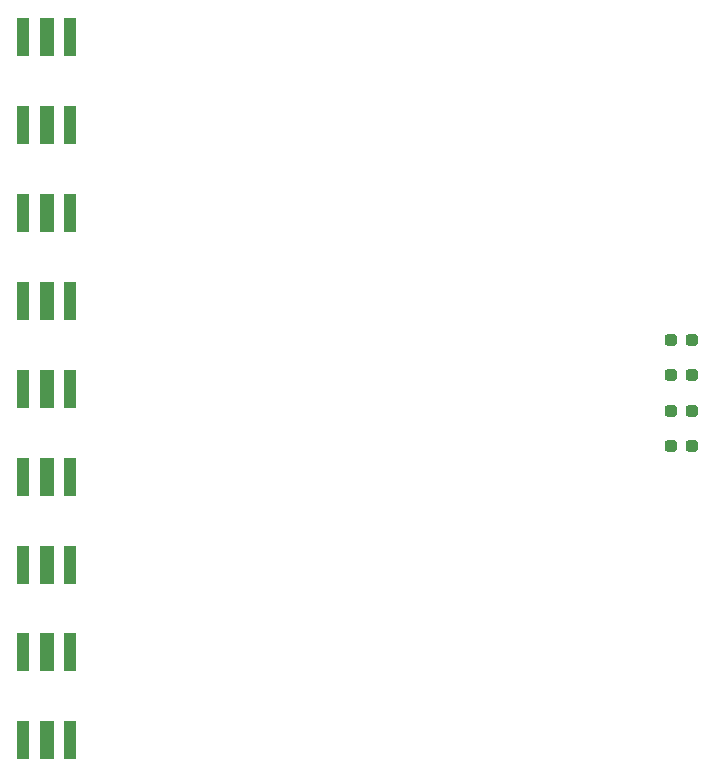
<source format=gbr>
%TF.GenerationSoftware,KiCad,Pcbnew,(6.0.6)*%
%TF.CreationDate,2022-11-03T15:56:01+01:00*%
%TF.ProjectId,Wasbeer-communicator,57617362-6565-4722-9d63-6f6d6d756e69,rev?*%
%TF.SameCoordinates,Original*%
%TF.FileFunction,Paste,Top*%
%TF.FilePolarity,Positive*%
%FSLAX46Y46*%
G04 Gerber Fmt 4.6, Leading zero omitted, Abs format (unit mm)*
G04 Created by KiCad (PCBNEW (6.0.6)) date 2022-11-03 15:56:01*
%MOMM*%
%LPD*%
G01*
G04 APERTURE LIST*
G04 Aperture macros list*
%AMRoundRect*
0 Rectangle with rounded corners*
0 $1 Rounding radius*
0 $2 $3 $4 $5 $6 $7 $8 $9 X,Y pos of 4 corners*
0 Add a 4 corners polygon primitive as box body*
4,1,4,$2,$3,$4,$5,$6,$7,$8,$9,$2,$3,0*
0 Add four circle primitives for the rounded corners*
1,1,$1+$1,$2,$3*
1,1,$1+$1,$4,$5*
1,1,$1+$1,$6,$7*
1,1,$1+$1,$8,$9*
0 Add four rect primitives between the rounded corners*
20,1,$1+$1,$2,$3,$4,$5,0*
20,1,$1+$1,$4,$5,$6,$7,0*
20,1,$1+$1,$6,$7,$8,$9,0*
20,1,$1+$1,$8,$9,$2,$3,0*%
G04 Aperture macros list end*
%ADD10RoundRect,0.237500X0.287500X0.237500X-0.287500X0.237500X-0.287500X-0.237500X0.287500X-0.237500X0*%
%ADD11R,1.300000X3.250000*%
%ADD12R,1.000000X3.250000*%
G04 APERTURE END LIST*
D10*
%TO.C,D13*%
X155875000Y-101000000D03*
X154125000Y-101000000D03*
%TD*%
D11*
%TO.C,D4*%
X101250000Y-88692186D03*
D12*
X99250000Y-88692186D03*
X103250000Y-88692186D03*
%TD*%
D10*
%TO.C,D10*%
X155875000Y-92000000D03*
X154125000Y-92000000D03*
%TD*%
D11*
%TO.C,D1*%
X101250000Y-66375000D03*
D12*
X99250000Y-66375000D03*
X103250000Y-66375000D03*
%TD*%
D11*
%TO.C,D8*%
X101250000Y-118448434D03*
D12*
X99250000Y-118448434D03*
X103250000Y-118448434D03*
%TD*%
D10*
%TO.C,D12*%
X155875000Y-95000000D03*
X154125000Y-95000000D03*
%TD*%
D11*
%TO.C,D5*%
X101250000Y-96131248D03*
D12*
X99250000Y-96131248D03*
X103250000Y-96131248D03*
%TD*%
D10*
%TO.C,D11*%
X155875000Y-98000000D03*
X154125000Y-98000000D03*
%TD*%
D11*
%TO.C,D6*%
X101250000Y-103570310D03*
D12*
X99250000Y-103570310D03*
X103250000Y-103570310D03*
%TD*%
D11*
%TO.C,D9*%
X101250000Y-125887500D03*
D12*
X99250000Y-125887500D03*
X103250000Y-125887500D03*
%TD*%
D11*
%TO.C,D7*%
X101250000Y-111009372D03*
D12*
X99250000Y-111009372D03*
X103250000Y-111009372D03*
%TD*%
D11*
%TO.C,D3*%
X101250000Y-81253124D03*
D12*
X99250000Y-81253124D03*
X103250000Y-81253124D03*
%TD*%
D11*
%TO.C,D2*%
X101250000Y-73814062D03*
D12*
X99250000Y-73814062D03*
X103250000Y-73814062D03*
%TD*%
M02*

</source>
